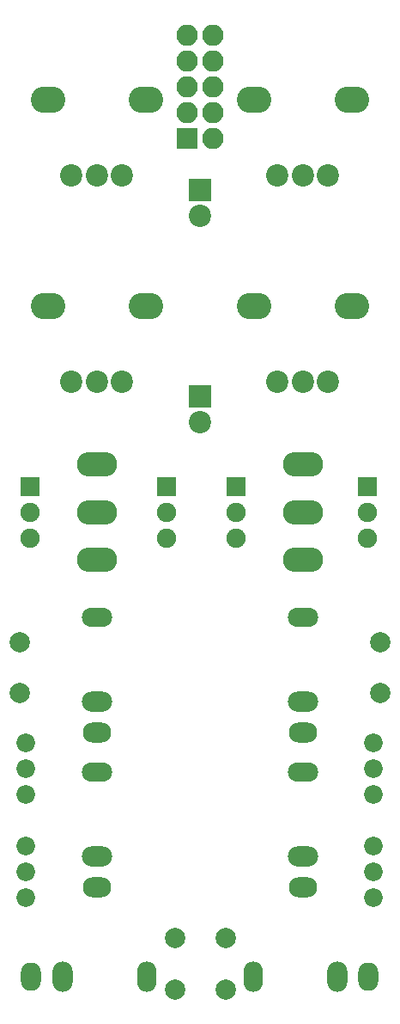
<source format=gbr>
G04 #@! TF.GenerationSoftware,KiCad,Pcbnew,(5.0.0)*
G04 #@! TF.CreationDate,2018-08-12T22:18:08+08:00*
G04 #@! TF.ProjectId,VCA,5643412E6B696361645F706362000000,rev?*
G04 #@! TF.SameCoordinates,PX18392c0PY18392c0*
G04 #@! TF.FileFunction,Soldermask,Top*
G04 #@! TF.FilePolarity,Negative*
%FSLAX46Y46*%
G04 Gerber Fmt 4.6, Leading zero omitted, Abs format (unit mm)*
G04 Created by KiCad (PCBNEW (5.0.0)) date 08/12/18 22:18:08*
%MOMM*%
%LPD*%
G01*
G04 APERTURE LIST*
%ADD10R,1.900000X1.900000*%
%ADD11C,1.900000*%
%ADD12O,3.000000X1.900000*%
%ADD13O,2.800000X2.000000*%
%ADD14O,3.000000X2.000000*%
%ADD15O,3.400000X2.600000*%
%ADD16C,2.200000*%
%ADD17C,2.000000*%
%ADD18O,2.100000X2.100000*%
%ADD19R,2.100000X2.100000*%
%ADD20R,2.200000X2.200000*%
%ADD21O,1.900000X3.000000*%
%ADD22O,2.000000X2.800000*%
%ADD23O,2.000000X3.000000*%
%ADD24O,3.956000X2.432000*%
%ADD25C,1.840000*%
G04 APERTURE END LIST*
D10*
G04 #@! TO.C,Q3*
X98298000Y-74422000D03*
D11*
X98298000Y-79502000D03*
X98298000Y-76962000D03*
G04 #@! TD*
G04 #@! TO.C,Q4*
X105156000Y-76962000D03*
X105156000Y-79502000D03*
D10*
X105156000Y-74422000D03*
G04 #@! TD*
G04 #@! TO.C,Q1*
X84836000Y-74422000D03*
D11*
X84836000Y-79502000D03*
X84836000Y-76962000D03*
G04 #@! TD*
G04 #@! TO.C,Q2*
X118110000Y-76962000D03*
X118110000Y-79502000D03*
D10*
X118110000Y-74422000D03*
G04 #@! TD*
D12*
G04 #@! TO.C,J2*
X91470480Y-102516920D03*
D13*
X91470480Y-113916920D03*
D14*
X91470480Y-110816920D03*
G04 #@! TD*
D15*
G04 #@! TO.C,RV8*
X116590480Y-56636920D03*
D16*
X109290480Y-64136930D03*
X111830480Y-64136930D03*
X114290480Y-64136930D03*
D15*
X106990480Y-56636920D03*
G04 #@! TD*
G04 #@! TO.C,RV7*
X96270480Y-56636920D03*
D16*
X88970480Y-64136930D03*
X91510480Y-64136930D03*
X93970480Y-64136930D03*
D15*
X86670480Y-56636920D03*
G04 #@! TD*
G04 #@! TO.C,RV2*
X116590480Y-36316920D03*
D16*
X109290480Y-43816930D03*
X111830480Y-43816930D03*
X114290480Y-43816930D03*
D15*
X106990480Y-36316920D03*
G04 #@! TD*
G04 #@! TO.C,RV1*
X96270480Y-36316920D03*
D16*
X88970480Y-43816930D03*
X91510480Y-43816930D03*
X93970480Y-43816930D03*
D15*
X86670480Y-36316920D03*
G04 #@! TD*
D17*
G04 #@! TO.C,C11*
X83850480Y-89736920D03*
X83850480Y-94736920D03*
G04 #@! TD*
G04 #@! TO.C,C13*
X119410480Y-89736920D03*
X119410480Y-94736920D03*
G04 #@! TD*
G04 #@! TO.C,C12*
X99170480Y-118866920D03*
X104170480Y-118866920D03*
G04 #@! TD*
G04 #@! TO.C,C14*
X99170480Y-123946920D03*
X104170480Y-123946920D03*
G04 #@! TD*
D18*
G04 #@! TO.C,J7*
X102900480Y-29966920D03*
X100360480Y-29966920D03*
X102900480Y-32506920D03*
X100360480Y-32506920D03*
X102900480Y-35046920D03*
X100360480Y-35046920D03*
X102900480Y-37586920D03*
X100360480Y-37586920D03*
X102900480Y-40126920D03*
D19*
X100360480Y-40126920D03*
G04 #@! TD*
D16*
G04 #@! TO.C,D3*
X101630480Y-47746920D03*
D20*
X101630480Y-45206920D03*
G04 #@! TD*
D16*
G04 #@! TO.C,D4*
X101630480Y-68066920D03*
D20*
X101630480Y-65526920D03*
G04 #@! TD*
D12*
G04 #@! TO.C,J5*
X111790480Y-102516920D03*
D13*
X111790480Y-113916920D03*
D14*
X111790480Y-110816920D03*
G04 #@! TD*
D12*
G04 #@! TO.C,J4*
X111790480Y-87276920D03*
D13*
X111790480Y-98676920D03*
D14*
X111790480Y-95576920D03*
G04 #@! TD*
D21*
G04 #@! TO.C,J3*
X96390480Y-122676920D03*
D22*
X84990480Y-122676920D03*
D23*
X88090480Y-122676920D03*
G04 #@! TD*
D12*
G04 #@! TO.C,J1*
X91470480Y-87276920D03*
D13*
X91470480Y-98676920D03*
D14*
X91470480Y-95576920D03*
G04 #@! TD*
D21*
G04 #@! TO.C,J6*
X106870480Y-122676920D03*
D22*
X118270480Y-122676920D03*
D23*
X115170480Y-122676920D03*
G04 #@! TD*
D24*
G04 #@! TO.C,SW2*
X111760000Y-81662000D03*
X111760000Y-76962000D03*
X111760000Y-72262000D03*
G04 #@! TD*
G04 #@! TO.C,SW1*
X91440000Y-81662000D03*
X91440000Y-76962000D03*
X91440000Y-72262000D03*
G04 #@! TD*
D25*
G04 #@! TO.C,RV5*
X84455000Y-114935000D03*
X84455000Y-112395000D03*
X84455000Y-109855000D03*
G04 #@! TD*
G04 #@! TO.C,RV6*
X118745000Y-114935000D03*
X118745000Y-112395000D03*
X118745000Y-109855000D03*
G04 #@! TD*
G04 #@! TO.C,RV3*
X84455000Y-104775000D03*
X84455000Y-102235000D03*
X84455000Y-99695000D03*
G04 #@! TD*
G04 #@! TO.C,RV4*
X118745000Y-104775000D03*
X118745000Y-102235000D03*
X118745000Y-99695000D03*
G04 #@! TD*
M02*

</source>
